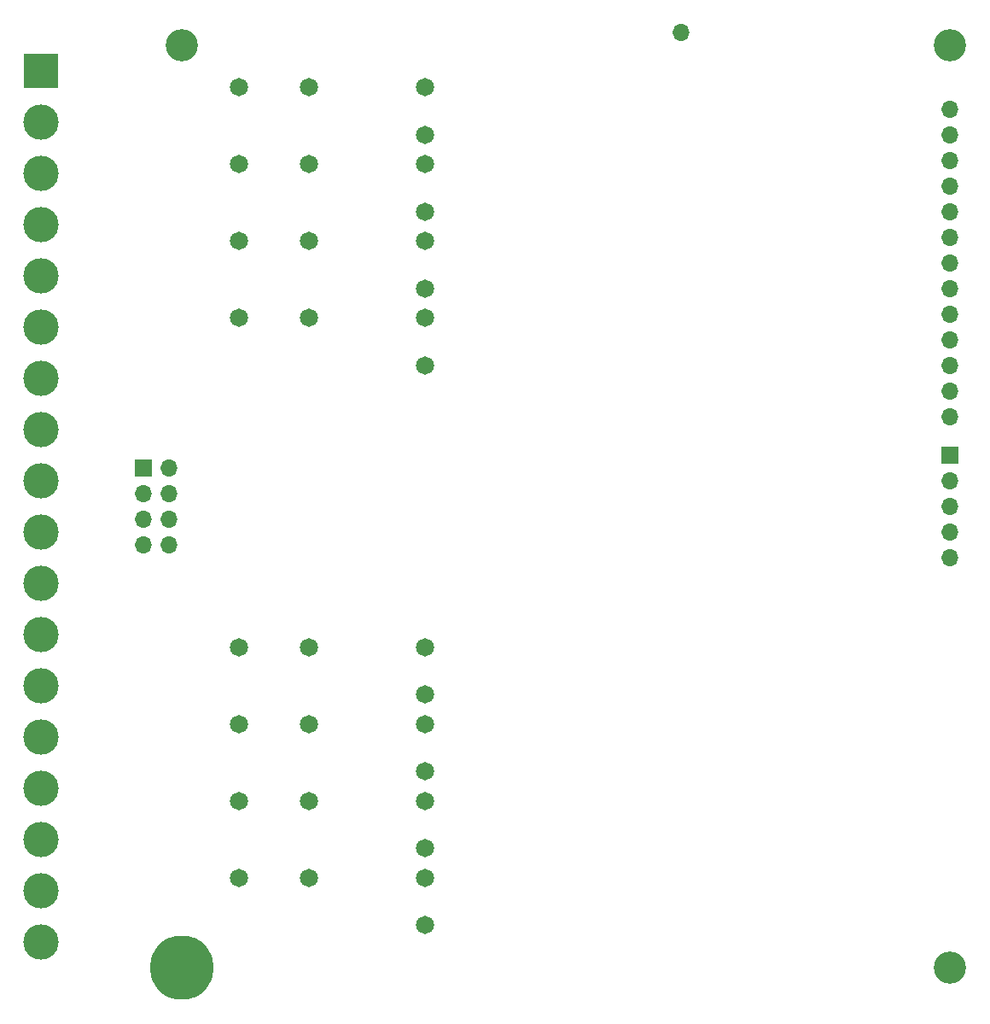
<source format=gbr>
%TF.GenerationSoftware,KiCad,Pcbnew,8.0.4-8.0.4-0~ubuntu22.04.1*%
%TF.CreationDate,2024-08-10T22:22:13+03:00*%
%TF.ProjectId,PM-RQ8,504d2d52-5138-42e6-9b69-6361645f7063,rev?*%
%TF.SameCoordinates,Original*%
%TF.FileFunction,Soldermask,Bot*%
%TF.FilePolarity,Negative*%
%FSLAX46Y46*%
G04 Gerber Fmt 4.6, Leading zero omitted, Abs format (unit mm)*
G04 Created by KiCad (PCBNEW 8.0.4-8.0.4-0~ubuntu22.04.1) date 2024-08-10 22:22:13*
%MOMM*%
%LPD*%
G01*
G04 APERTURE LIST*
%ADD10C,1.812000*%
%ADD11R,3.500000X3.500000*%
%ADD12C,3.500000*%
%ADD13C,3.200000*%
%ADD14O,6.350000X6.350000*%
%ADD15R,1.700000X1.700000*%
%ADD16O,1.700000X1.700000*%
G04 APERTURE END LIST*
D10*
%TO.C,K4*%
X43180000Y-30860000D03*
X31680000Y-30860000D03*
X24680000Y-30860000D03*
X43180000Y-35560000D03*
%TD*%
%TO.C,K5*%
X43180000Y-63500000D03*
X31680000Y-63500000D03*
X24680000Y-63500000D03*
X43180000Y-68200000D03*
%TD*%
D11*
%TO.C,J10*%
X5080000Y-6350000D03*
D12*
X5080000Y-11430000D03*
X5080000Y-16510000D03*
X5080000Y-21590000D03*
X5080000Y-26670000D03*
X5080000Y-31750000D03*
X5080000Y-36830000D03*
X5080000Y-41910000D03*
X5080000Y-46990000D03*
X5080000Y-52070000D03*
X5080000Y-57150000D03*
X5080000Y-62230000D03*
X5080000Y-67310000D03*
X5080000Y-72390000D03*
X5080000Y-77470000D03*
X5080000Y-82550000D03*
X5080000Y-87630000D03*
X5080000Y-92710000D03*
%TD*%
D13*
%TO.C,H3*%
X95250000Y-95250000D03*
%TD*%
D10*
%TO.C,K6*%
X43180000Y-71120000D03*
X31680000Y-71120000D03*
X24680000Y-71120000D03*
X43180000Y-75820000D03*
%TD*%
%TO.C,K8*%
X43180000Y-86360000D03*
X31680000Y-86360000D03*
X24680000Y-86360000D03*
X43180000Y-91060000D03*
%TD*%
%TO.C,K1*%
X43180000Y-8000000D03*
X31680000Y-8000000D03*
X24680000Y-8000000D03*
X43180000Y-12700000D03*
%TD*%
D13*
%TO.C,H1*%
X19050000Y-3810000D03*
%TD*%
D10*
%TO.C,K7*%
X43180000Y-78740000D03*
X31680000Y-78740000D03*
X24680000Y-78740000D03*
X43180000Y-83440000D03*
%TD*%
D14*
%TO.C,PE1*%
X19050000Y-95250000D03*
%TD*%
D15*
%TO.C,J1*%
X15240000Y-45720000D03*
D16*
X17780000Y-45720000D03*
X15240000Y-48260000D03*
X17780000Y-48260000D03*
X15240000Y-50800000D03*
X17780000Y-50800000D03*
X15240000Y-53340000D03*
X17780000Y-53340000D03*
%TD*%
D10*
%TO.C,K3*%
X43180000Y-23240000D03*
X31680000Y-23240000D03*
X24680000Y-23240000D03*
X43180000Y-27940000D03*
%TD*%
%TO.C,K2*%
X43180000Y-15620000D03*
X31680000Y-15620000D03*
X24680000Y-15620000D03*
X43180000Y-20320000D03*
%TD*%
D15*
%TO.C,J2*%
X95250000Y-44450000D03*
D16*
X95250000Y-46990000D03*
X95250000Y-49530000D03*
X95250000Y-52070000D03*
X95250000Y-54610000D03*
%TD*%
D13*
%TO.C,H2*%
X95250000Y-3810000D03*
%TD*%
D16*
%TO.C,PM1*%
X95250000Y-10160000D03*
X95250000Y-12700000D03*
X95250000Y-15240000D03*
X95250000Y-17780000D03*
X95250000Y-20320000D03*
X95250000Y-22860000D03*
X95250000Y-25400000D03*
X95250000Y-27940000D03*
X95250000Y-30480000D03*
X95250000Y-33020000D03*
X95250000Y-35560000D03*
X95250000Y-38100000D03*
X95250000Y-40640000D03*
X68580000Y-2540000D03*
%TD*%
M02*

</source>
